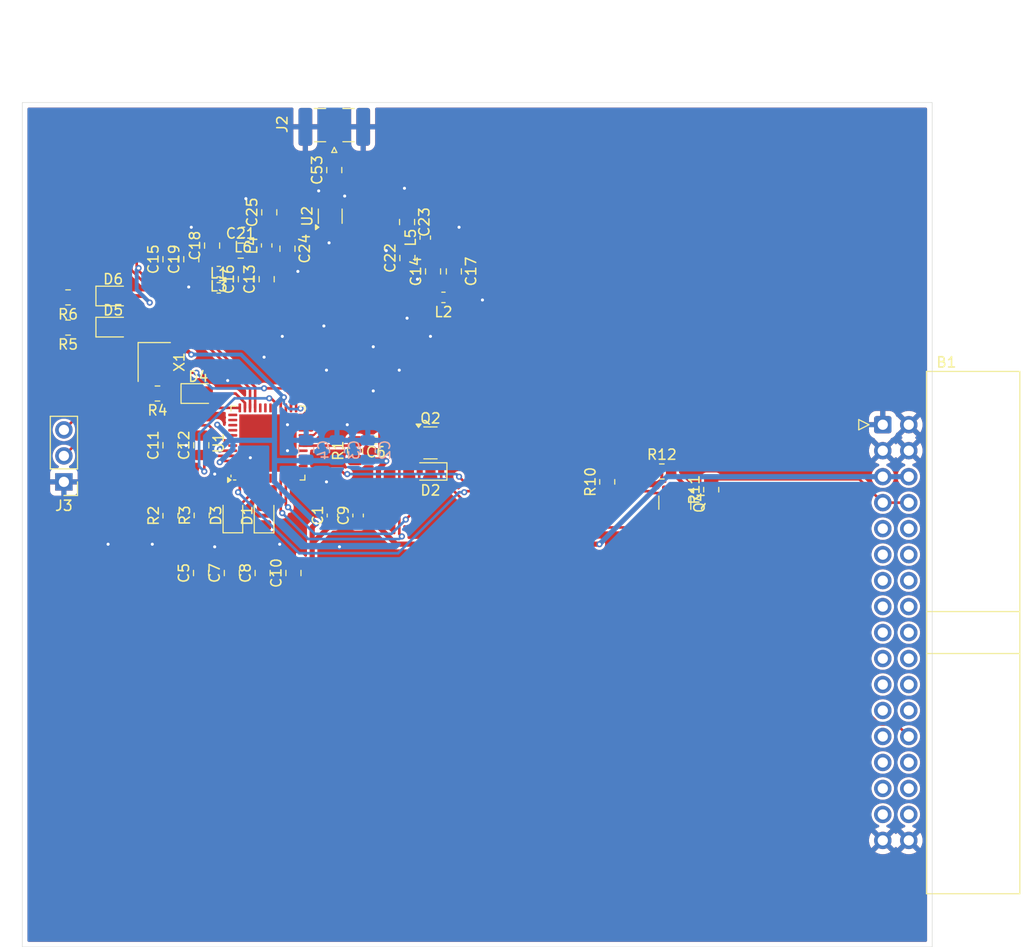
<source format=kicad_pcb>
(kicad_pcb (version 20241229) (generator "pcbnew") (generator_version "9.0")
  (layers (0 "F.Cu" signal) (2 "B.Cu" signal) (13 "F.Paste" user) (15 "B.Paste" user) (5 "F.SilkS" user "F.Silkscreen") (7 "B.SilkS" user "B.Silkscreen") (1 "F.Mask" user) (3 "B.Mask" user) (25 "Edge.Cuts" user))
  (net 0 "")
  (net 1 "/Radio MCU/3V3")
  (net 2 "GND")
  (net 3 "Net-(U1-NRST)")
  (net 4 "/Radio MCU/1V5")
  (net 5 "/Radio MCU/RF out/RFO_HP")
  (net 6 "/Radio MCU/RF out/RFI_N")
  (net 7 "/Radio MCU/RF out/VR_PA")
  (net 8 "/Radio MCU/RF out/50ohm_1")
  (net 9 "/Radio MCU/RF out/RFI_P")
  (net 10 "/Radio MCU/RF out/50ohm_RX_1")
  (net 11 "/Radio MCU/RF out/50ohm_2")
  (net 12 "/Radio MCU/RF out/RF_RX")
  (net 13 "/Radio MCU/RF out/50ohm_3")
  (net 14 "/Radio MCU/RF out/RF_TX")
  (net 15 "/nFAULT")
  (net 16 "/Power EN")
  (net 17 "Net-(D5-K)")
  (net 18 "Net-(D1-A)")
  (net 19 "Net-(D1-K)")
  (net 20 "/Radio MCU/UART2_RX")
  (net 21 "/Radio MCU/UART")
  (net 22 "Net-(D3-K)")
  (net 23 "Net-(D3-A)")
  (net 24 "Net-(D4-A)")
  (net 25 "Net-(D4-K)")
  (net 26 "Net-(D6-K)")
  (net 27 "Net-(Q4-C)")
  (net 28 "/Radio MCU/RF out")
  (net 29 "/Radio MCU/SWDIO")
  (net 30 "/Radio MCU/SWCLK")
  (net 31 "/Radio MCU/UART2_TX")
  (net 32 "Net-(U1-OSC_IN)")
  (net 41 "/Radio MCU/RF out/TX_EN")
  (net 42 "/Radio MCU/UART2_RTS")
  (net 49 "/Radio MCU/RF out/RX_EN")
  (net 62 "/Radio MCU/VBAT")
  (net 78 "/Radio MCU/RF out/RF_unfiltered")
  (net 79 "Net-(U1-PA5)")
  (net 80 "Net-(Q4-E)")
  (net 81 "Net-(Q4-B)")
  (footprint "Package_TO_SOT_SMD:SOT-23" (layer "F.Cu") (at 178.054 89.916 -90)
    (property "Reference" "Q4")
    (property "Value" "Q_NPN")
  )
  (footprint "Resistor_SMD:R_0805_2012Metric" (layer "F.Cu") (at 176.784 86.868)
    (property "Reference" "R12")
    (property "Value" "100k")
  )
  (footprint "Capacitor_SMD:C_0805_2012Metric" (layer "F.Cu") (at 138.176 68.072 90)
    (property "Reference" "C13")
    (property "Value" "0p7")
  )
  (footprint "Capacitor_SMD:C_0805_2012Metric" (layer "F.Cu") (at 140.208 65.09 -90)
    (property "Reference" "C24")
    (property "Value" "8p2")
  )
  (footprint "Resistor_SMD:R_0805_2012Metric" (layer "F.Cu") (at 128.778 91.193 90)
    (property "Reference" "R2")
    (property "Value" "470")
  )
  (footprint "Capacitor_SMD:C_0805_2012Metric" (layer "F.Cu") (at 128.778 66.1225 90)
    (property "Reference" "C15")
    (property "Value" "68p")
  )
  (footprint "Capacitor_SMD:C_0805_2012Metric" (layer "F.Cu") (at 136.144 68.072 90)
    (property "Reference" "C16")
    (property "Value" "2.7p")
  )
  (footprint "Capacitor_SMD:C_0805_2012Metric" (layer "F.Cu") (at 154.432 67.31 90)
    (property "Reference" "C14")
    (property "Value" "4.7pF")
  )
  (footprint "Resistor_SMD:R_0805_2012Metric" (layer "F.Cu") (at 118.7685 69.85 180)
    (property "Reference" "R6")
    (property "Value" "470")
  )
  (footprint "LED_SMD:LED_0805_2012Metric" (layer "F.Cu") (at 134.874 91.177 90)
    (property "Reference" "D3")
    (property "Value" "Green")
  )
  (footprint "Resistor_SMD:R_0805_2012Metric" (layer "F.Cu") (at 131.826 91.161 90)
    (property "Reference" "R3")
    (property "Value" "470")
  )
  (footprint "LED_SMD:LED_0805_2012Metric" (layer "F.Cu") (at 131.4935 79.248)
    (property "Reference" "D4")
    (property "Value" "Green")
  )
  (footprint "Connector_PinHeader_2.54mm:PinHeader_1x03_P2.54mm_Vertical" (layer "F.Cu") (at 118.364 87.884 180)
    (property "Reference" "J3")
    (property "Value" "Conn_01x03_Pin")
  )
  (footprint "Resistor_SMD:R_0805_2012Metric" (layer "F.Cu") (at 171.45 87.884 90)
    (property "Reference" "R10")
    (property "Value" "10k")
  )
  (footprint "Capacitor_SMD:C_0805_2012Metric" (layer "F.Cu") (at 156.464 67.31 -90)
    (property "Reference" "C17")
    (property "Value" "3.6pF")
  )
  (footprint "Diode_SMD:D_SOD-323" (layer "F.Cu") (at 154.178 86.868 180)
    (property "Reference" "D2")
    (property "Value" "D_Schottky")
  )
  (footprint "Package_DFN_QFN:QFN-48-1EP_7x7mm_P0.5mm_EP5.6x5.6mm" (layer "F.Cu") (at 138.2995 84.09 90)
    (property "Reference" "U1")
    (property "Value" "STM32WL55CCU7")
  )
  (footprint "Capacitor_SMD:C_0805_2012Metric" (layer "F.Cu") (at 140.792 96.7955 90)
    (property "Reference" "C10")
    (property "Value" "4u7")
  )
  (footprint "Capacitor_SMD:C_0805_2012Metric" (layer "F.Cu") (at 135.636 65.278)
    (property "Reference" "C21")
    (property "Value" "68p")
  )
  (footprint "Inductor_SMD:L_0603_1608Metric" (layer "F.Cu") (at 133.495 67.3265 180)
    (property "Reference" "L3")
    (property "Value" "11n")
  )
  (footprint "Capacitor_SMD:C_0805_2012Metric" (layer "F.Cu") (at 137.782 96.7955 90)
    (property "Reference" "C8")
    (property "Value" "470n")
  )
  (footprint "Capacitor_SMD:C_0805_2012Metric" (layer "F.Cu") (at 138.43 61.534 90)
    (property "Reference" "C25")
    (property "Value" "3.3p")
  )
  (footprint "Capacitor_SMD:C_0805_2012Metric" (layer "F.Cu") (at 130.81 66.1225 90)
    (property "Reference" "C19")
    (property "Value" "47n")
  )
  (footprint "Capacitor_SMD:C_0805_2012Metric" (layer "F.Cu") (at 128.778 84.3065 90)
    (property "Reference" "C11")
    (property "Value" "10n")
  )
  (footprint "Capacitor_SMD:C_0805_2012Metric" (layer "F.Cu") (at 151.9275 66.004 90)
    (property "Reference" "C22")
    (property "Value" "6.8pF")
  )
  (footprint "Capacitor_SMD:C_0603_1608Metric" (layer "F.Cu") (at 144.5995 91.17 90)
    (property "Reference" "C1")
    (property "Value" "470n")
  )
  (footprint "Inductor_SMD:L_0603_1608Metric" (layer "F.Cu") (at 155.448 69.85 180)
    (property "Reference" "L2")
    (property "Value" "33nH")
  )
  (footprint "Capacitor_SMD:C_0805_2012Metric" (layer "F.Cu") (at 144.78 57.404 90)
    (property "Reference" "C53")
    (property "Value" "68p")
  )
  (footprint "Inductor_SMD:L_0603_1608Metric" (layer "F.Cu") (at 135.8645 63.5 180)
    (property "Reference" "L6")
    (property "Value" "0")
  )
  (footprint "Capacitor_SMD:C_0402_1005Metric" (layer "F.Cu") (at 148.844 83.82 180)
    (property "Reference" "C6")
    (property "Value" "1n")
  )
  (footprint "Capacitor_SMD:C_0603_1608Metric" (layer "F.Cu") (at 147.1095 91.17 90)
    (property "Reference" "C9")
    (property "Value" "470n")
  )
  (footprint "LED_SMD:LED_0805_2012Metric" (layer "F.Cu") (at 137.922 91.186 90)
    (property "Reference" "D1")
    (property "Value" "Green")
  )
  (footprint "Connector_IDC:IDC-Header_2x17_P2.54mm_Horizontal" (layer "F.Cu") (at 198.374 82.296)
    (property "Reference" "B1")
    (property "Value" "~")
  )
  (footprint "LED_SMD:LED_0805_2012Metric" (layer "F.Cu") (at 123.1785 72.755)
    (property "Reference" "D5")
    (property "Value" "Green")
  )
  (footprint "Oscillator:Oscillator_SMD_Abracon_ASE-4Pin_3.2x2.5mm" (layer "F.Cu") (at 127.191 76.166 -90)
    (property "Reference" "X1")
    (property "Value" "32MHz")
  )
  (footprint "Capacitor_SMD:C_0805_2012Metric" (layer "F.Cu") (at 134.772 96.7955 90)
    (property "Reference" "C7")
    (property "Value" "470n")
  )
  (footprint "Inductor_SMD:L_0603_1608Metric" (layer "F.Cu") (at 153.67 64.008 90)
    (property "Reference" "L5")
    (property "Value" "33nH")
  )
  (footprint "Capacitor_SMD:C_0805_2012Metric" (layer "F.Cu") (at 132.842 64.7865 90)
    (property "Reference" "C18")
    (property "Value" "15p")
  )
  (footprint "Inductor_SMD:L_0603_1608Metric" (layer "F.Cu") (at 138.176 64.77 90)
    (property "Reference" "L4")
    (property "Value" "22n")
  )
  (footprint "Resistor_SMD:R_0805_2012Metric" (layer "F.Cu") (at 127.508 79.248 180)
    (property "Reference" "R4")
    (property "Value" "470")
  )
  (footprint "Package_TO_SOT_SMD:SOT-23" (layer "F.Cu") (at 154.178 84.074)
    (property "Reference" "Q2")
    (property "Value" "DMN1019USN-7")
  )
  (footprint "Resistor_SMD:R_0805_2012Metric" (layer "F.Cu") (at 146.812 84.836 90)
    (property "Reference" "R1")
    (property "Value" "10k")
  )
  (footprint "Capacitor_SMD:C_0805_2012Metric" (layer "F.Cu") (at 131.762 96.7955 90)
    (property "Reference" "C5")
    (property "Value" "4u7")
  )
  (footprint "Resistor_SMD:R_0805_2012Metric" (layer "F.Cu") (at 181.61 88.646 90)
    (property "Reference" "R11")
    (property "Value" "20k")
  )
  (footprint "LED_SMD:LED_0805_2012Metric" (layer "F.Cu") (at 123.1785 69.715)
    (property "Reference" "D6")
    (property "Value" "Green")
  )
  (footprint "Package_TO_SOT_SMD:SOT-363_SC-70-6" (layer "F.Cu") (at 144.384 61.91 90)
    (property "Reference" "U2")
    (property "Value" "AS179-92LF")
  )
  (footprint "Capacitor_SMD:C_0805_2012Metric" (layer "F.Cu") (at 151.892 62.484 -90)
    (property "Reference" "C23")
    (property "Value" "6.8pF")
  )
  (footprint "Resistor_SMD:R_0805_2012Metric" (layer "F.Cu") (at 118.7685 72.8 180)
    (property "Reference" "R5")
    (property "Value" "470")
  )
  (footprint "Inductor_SMD:L_0603_1608Metric" (layer "F.Cu") (at 133.495 68.9165)
    (property "Reference" "L1")
    (property "Value" "56n")
  )
  (footprint "Connector_Coaxial:SMA_Samtec_SMA-J-P-H-ST-EM1_EdgeMount" (layer "F.Cu") (at 144.78 52.9225 90)
    (property "Reference" "J2")
    (property "Value" "Conn_Coaxial_Small")
  )
  (footprint "Capacitor_SMD:C_0805_2012Metric" (layer "F.Cu") (at 131.788 84.3065 90)
    (property "Reference" "C12")
    (property "Value" "10n")
  )
  (footprint "Capacitor_SMD:C_0805_2012Metric" (layer "B.Cu") (at 145.04575 84.77 90)
    (property "Reference" "C3")
    (property "Value" "100n")
  )
  (footprint "Capacitor_SMD:C_0805_2012Metric" (layer "B.Cu") (at 148.05575 84.77 90)
    (property "Reference" "C2")
    (property "Value" "1n")
  )
  (footprint "Capacitor_SMD:C_0805_2012Metric" (layer "B.Cu") (at 142.03575 84.77 90)
    (property "Reference" "C4")
    (property "Value" "1u")
  )
  (gr_line (start 203.2 133.35) (end 203.2 50.8) (stroke (width 0.05)) (layer "Edge.Cuts"))
  (gr_line (start 114.3 50.8) (end 114.3 133.35) (stroke (width 0.05)) (layer "Edge.Cuts"))
  (gr_line (start 114.3 133.35) (end 203.2 133.35) (stroke (width 0.05)) (layer "Edge.Cuts"))
  (gr_line (start 203.2 50.8) (end 114.3 50.8) (stroke (width 0.05)) (layer "Edge.Cuts"))
  (segment (start 147.1095 92.0325) (end 144.687 92.0325) (width 0.508) (layer "F.Cu") (net 1))
  (segment (start 149.098 86.614) (end 149.86 85.852) (width 0.508) (layer "F.Cu") (net 1))
  (segment (start 149.098 90.044) (end 149.098 86.614) (width 0.508) (layer "F.Cu") (net 1))
  (segment (start 142.622 93.9225) (end 144.5995 91.945) (width 0.508) (layer "F.Cu") (net 1))
  (segment (start 140.792 97.833) (end 142.622 96.003) (width 0.508) (layer "F.Cu") (net 1))
  (segment (start 141.788516 89.258) (end 142.199206 89.258) (width 0.254) (layer "F.Cu") (net 1))
  (segment (start 140.5495 87.5275) (end 140.5495 88.018984) (width 0.254) (layer "F.Cu") (net 1))
  (segment (start 142.622 96.003) (end 142.622 93.9225) (width 0.508) (layer "F.Cu") (net 1))
  (segment (start 170.681 93.973) (end 150.817268 93.973) (width 0.508) (layer "F.Cu") (net 1))
  (segment (start 134.862 85.84) (end 133.719 85.84) (width 0.254) (layer "F.Cu") (net 1))
  (segment (start 170.688 93.98) (end 170.681 93.973) (width 0.508) (layer "F.Cu") (net 1))
  (segment (start 131.762 97.833) (end 134.772 97.833) (width 0.508) (layer "F.Cu") (net 1))
  (segment (start 137.782 97.833) (end 134.772 97.833) (width 0.508) (layer "F.Cu") (net 1))
  (segment (start 128.016 75.116) (end 130.488 75.116) (width 0.381) (layer "F.Cu") (net 1))
  (segment (start 139.852167 79.621) (end 139.5495 79.923667) (width 0.254) (layer "F.Cu") (net 1))
  (segment (start 144.5995 91.658294) (end 144.5995 91.945) (width 0.254) (layer "F.Cu") (net 1))
  (segment (start 142.199206 89.258) (end 144.5995 91.658294) (width 0.254) (layer "F.Cu") (net 1))
  (segment (start 140.5495 88.018984) (end 141.788516 89.258) (width 0.254) (layer "F.Cu") (net 1))
  (segment (start 139.5495 79.923667) (end 139.5495 80.6525) (width 0.254) (layer "F.Cu") (net 1))
  (segment (start 144.687 92.0325) (end 144.5995 91.945) (width 0.508) (layer "F.Cu") (net 1))
  (segment (start 149.7565 85.7485) (end 149.86 85.852) (width 0.508) (layer "F.Cu") (net 1))
  (segment (start 141.482775 80.707512) (end 141.104512 80.707512) (width 0.254) (layer "F.Cu") (net 1))
  (segment (start 141.104512 80.707512) (end 141.0495 80.6525) (width 0.254) (layer "F.Cu") (net 1))
  (segment (start 133.35 82.296) (end 133.35 82.319484) (width 0.254) (layer "F.Cu") (net 1))
  (segment (start 134.370516 83.34) (end 134.862 83.34) (width 0.254) (layer "F.Cu") (net 1))
  (segment (start 147.1095 92.0325) (end 149.098 90.044) (width 0.508) (layer "F.Cu") (net 1))
  (segment (start 142.622 93.9225) (end 142.622 92.322) (width 0.508) (layer "F.Cu") (net 1))
  (segment (start 149.098 92.253732) (end 149.098 90.044) (width 0.508) (layer "F.Cu") (net 1))
  (segment (start 133.731 84.84) (end 133.604 84.713) (width 0.254) (layer "F.Cu") (net 1))
  (segment (start 133.719 85.84) (end 133.592 85.967) (width 0.254) (layer "F.Cu") (net 1))
  (segment (start 142.622 92.322) (end 142.999 91.945) (width 0.508) (layer "F.Cu") (net 1))
  (segment (start 150.817268 93.973) (end 149.098 92.253732) (width 0.508) (layer "F.Cu") (net 1))
  (segment (start 146.812 85.7485) (end 149.7565 85.7485) (width 0.508) (layer "F.Cu") (net 1))
  (segment (start 130.488 75.116) (end 130.81 75.438) (width 0.381) (layer "F.Cu") (net 1))
  (segment (start 134.862 84.84) (end 133.731 84.84) (width 0.254) (layer "F.Cu") (net 1))
  (segment (start 140.792 97.833) (end 137.782 97.833) (width 0.508) (layer "F.Cu") (net 1))
  (segment (start 133.35 82.319484) (end 134.370516 83.34) (width 0.254) (layer "F.Cu") (net 1))
  (via (at 130.81 75.438) (size 0.6) (drill 0.3) (layers "F.Cu" "B.Cu") (net 1))
  (via (at 133.604 84.713) (size 0.6) (drill 0.3) (layers "F.Cu" "B.Cu") (net 1))
  (via (at 133.592 85.967) (size 0.6) (drill 0.3) (layers "F.Cu" "B.Cu") (net 1))
  (via (at 142.999 91.945) (size 0.6) (drill 0.3) (layers "F.Cu" "B.Cu") (net 1))
  (via (at 133.35 82.296) (size 0.6) (drill 0.3) (layers "F.Cu" "B.Cu") (net 1))
  (via (at 141.482775 80.707512) (size 0.6) (drill 0.3) (layers "F.Cu" "B.Cu") (net 1))
  (via (at 139.852167 79.621) (size 0.6) (drill 0.3) (layers "F.Cu" "B.Cu") (net 1))
  (via (at 170.688 93.98) (size 0.6) (drill 0.3) (layers "F.Cu" "B.Cu") (net 1))
  (via (at 149.86 85.852) (size 0.6) (drill 0.3) (layers "F.Cu" "B.Cu") (net 1))
  (segment (start 145.04575 85.8075) (end 142.03575 85.8075) (width 0.508) (layer "B.Cu") (net 1))
  (segment (start 139.760682 79.621) (end 138.938 80.443682) (width 0.508) (layer "B.Cu") (net 1))
  (segment (start 149.86 85.852) (end 148.18775 85.852) (width 0.508) (layer "B.Cu") (net 1))
  (segment (start 139.852167 80.220483) (end 140.403684 80.772) (width 0.254) (layer "B.Cu") (net 1))
  (segment (start 138.938 87.884) (end 138.938 83.82) (width 0.508) (layer "B.Cu") (net 1))
  (segment (start 198.374 87.376) (end 177.292 87.376) (width 0.508) (layer "B.Cu") (net 1))
  (segment (start 177.292 87.376) (end 170.688 93.98) (width 0.508) (layer "B.Cu") (net 1))
  (segment (start 138.938 83.82) (end 134.874 83.82) (width 0.508) (layer "B.Cu") (net 1))
  (segment (start 134.497 83.82) (end 133.604 84.713) (width 0.508) (layer "B.Cu") (net 1))
  (segment (start 148.05575 85.8075) (end 145.04575 85.8075) (width 0.508) (layer "B.Cu") (net 1))
  (segment (start 142.999 91.945) (end 138.938 87.884) (width 0.508) (layer "B.Cu") (net 1))
  (segment (start 142.03575 85.8075) (end 139.02575 85.8075) (width 0.508) (layer "B.Cu") (net 1))
  (segment (start 138.938 80.443682) (end 138.938 83.82) (width 0.508) (layer "B.Cu") (net 1))
  (segment (start 141.418287 80.772) (end 141.482775 80.707512) (width 0.254) (layer "B.Cu") (net 1))
  (segment (start 139.852167 79.621) (end 139.852167 80.220483) (width 0.254) (layer "B.Cu") (net 1))
  (segment (start 140.403684 80.772) (end 141.418287 80.772) (width 0.254) (layer "B.Cu") (net 1))
  (segment (start 135.669167 75.438) (end 139.852167 79.621) (width 0.381) (layer "B.Cu") (net 1))
  (segment (start 148.18775 85.852) (end 148.05575 85.72) (width 0.508) (layer "B.Cu") (net 1))
  (segment (start 139.852167 79.621) (end 139.760682 79.621) (width 0.508) (layer "B.Cu") (net 1))
  (segment (start 134.874 83.82) (end 134.497 83.82) (width 0.508) (layer "B.Cu") (net 1))
  (segment (start 134.874 83.82) (end 134.874 84.685) (width 0.508) (layer "B.Cu") (net 1))
  (segment (start 134.874 84.685) (end 133.592 85.967) (width 0.508) (layer "B.Cu") (net 1))
  (segment (start 134.874 83.82) (end 133.35 82.296) (width 0.508) (layer "B.Cu") (net 1))
  (segment (start 130.81 75.438) (end 135.669167 75.438) (width 0.381) (layer "B.Cu") (net 1))
  (segment (start 200.914 87.376) (end 198.374 87.376) (width 0.508) (layer "B.Cu") (net 1))
  (segment (start 138.26368 83.84) (end 136.57884 85.52484) (width 0.127) (layer "F.Cu") (net 2))
  (segment (start 154.432 66.548) (end 152.908 68.072) (width 0.254) (layer "F.Cu") (net 2))
  (segment (start 144.5995 88.4655) (end 144.018 87.884) (width 0.254) (layer "F.Cu") (net 2))
  (segment (start 144.384 62.86) (end 144.384 64.404) (width 0.254) (layer "F.Cu") (net 2))
  (segment (start 144.506 83.84) (end 141.737 83.84) (width 0.254) (layer "F.Cu") (net 2))
  (segment (start 140.208 66.04) (end 140.208 66.294) (width 0.381) (layer "F.Cu") (net 2))
  (segment (start 144.384 64.404) (end 144.272 64.516) (width 0.254) (layer "F.Cu") (net 2))
  (segment (start 131.361 83.269) (end 130.302 84.328) (width 0.2) (layer "F.Cu") (net 2))
  (segment (start 133.096 87.122) (end 134.58 87.122) (width 0.254) (layer "F.Cu") (net 2))
  (segment (start 141.737 83.84) (end 138.26368 83.84) (width 0.127) (layer "F.Cu") (net 2))
  (segment (start 138.176 67.122) (end 141.036 67.122) (width 0.381) (layer "F.Cu") (net 2))
  (segment (start 136.57884 85.52484) (end 135.26368 86.84) (width 0.127) (layer "F.Cu") (net 2))
  (segment (start 135.26368 86.84) (end 134.862 86.84) (width 0.127) (layer "F.Cu") (net 2))
  (segment (start 140.208 66.294) (end 141.224 67.31) (width 0.381) (layer "F.Cu") (net 2))
  (segment (start 139.126 67.122) (end 140.208 66.04) (width 0.381) (layer "F.Cu") (net 2))
  (segment (start 138.176 67.122) (end 139.126 67.122) (width 0.381) (layer "F.Cu") (net 2))
  (segment (start 141.036 67.122) (end 141.224 67.31) (width 0.381) (layer "F.Cu") (net 2))
  (segment (start 146.05 82.296) (end 144.506 83.84) (width 0.254) (layer "F.Cu") (net 2))
  (segment (start 131.788 83.269) (end 131.361 83.269) (width 0.2) (layer "F.Cu") (net 2))
  (segment (start 134.58 87.122) (end 134.862 86.84) (width 0.254) (layer "F.Cu") (net 2))
  (segment (start 154.432 66.36) (end 154.432 66.548) (width 0.254) (layer "F.Cu") (net 2))
  (segment (start 144.5995 90.395) (end 144.5995 88.4655) (width 0.254) (layer "F.Cu") (net 2))
  (via (at 144.272 64.516) (size 0.6) (drill 0.3) (layers "F.Cu" "B.Cu") (net 2))
  (via (at 151.638 59.182) (size 0.6) (drill 0.3) (layers "F.Cu" "B.Cu") (net 2))
  (via (at 144.018 87.884) (size 0.6) (drill 0.3) (layers "F.Cu" "B.Cu") (net 2))
  (via (at 154.178 73.66) (size 0.6) (drill 0.3) (layers "F.Cu" "B.Cu") (net 2))
  (via (at 134.366 77.978) (size 0.6) (drill 0.3) (layers "F.Cu" "B.Cu") (net 2))
  (via (at 149.86 65.278) (size 0.6) (drill 0.3) (layers "F.Cu" "B.Cu") (net 2))
  (via (at 140.208 84.836) (size 0.6) (drill 0.3) (layers "F.Cu" "B.Cu") (net 2))
  (via (at 139.446 93.98) (size 0.6) (drill 0.3) (layers "F.Cu" "B.Cu") (net 2))
  (via (at 140.208 82.296) (size 0.6) (drill 0.3) (layers "F.Cu" "B.Cu") (net 2))
  (via (at 145.796 59.944) (size 0.6) (drill 0.3) (layers "F.Cu" "B.Cu") (net 2))
  (via (at 143.256 59.436) (size 0.6) (drill 0.3) (layers "F.Cu" "B.Cu") (net 2))
  (via (at 148.59 78.994) (size 0.6) (drill 0.3) (layers "F.Cu" "B.Cu") (net 2))
  (via (at 146.05 82.296) (size 0.6) (drill 0.3) (layers "F.Cu" "B.Cu") (net 2))
  (via (at 133.096 87.122) (size 0.6) (drill 0.3) (layers "F.Cu" "B.Cu") (net 2))
  (via (at 159.258 70.104) (size 0.6) (drill 0.3) (layers "F.Cu" "B.Cu") (net 2))
  (via (at 130.81 62.992) (size 0.6) (drill 0.3) (layers "F.Cu" "B.Cu") (net 2))
  (via (at 136.57884 85.52484) (size 0.6) (drill 0.3) (layers "F.Cu" "B.Cu") (net 2))
  (via (at 156.972 62.992) (size 0.6) (drill 0.3) (layers "F.Cu" "B.Cu") (net 2))
  (via (at 139.7 73.66) (size 0.6) (drill 0.3) (layers "F.Cu" "B.Cu") (net 2))
  (via (at 122.682 93.98) (size 0.6) (drill 0.3) (layers "F.Cu" "B.Cu") (net 2))
  (via (at 136.144 60.198) (size 0.6) (drill 0.3) (layers "F.Cu" "B.Cu") (net 2))
  (via (at 151.13 76.962) (size 0.6) (drill 0.3) (layers "F.Cu" "B.Cu") (net 2))
  (via (at 145.288 94.234) (size 0.6) (drill 0.3) (layers "F.Cu" "B.Cu") (net 2))
  (via (at 141.224 67.31) (size 0.6) (drill 0.3) (layers "F.Cu" "B.Cu") (net 2))
  (via (at 152.908 68.072) (size 0.6) (drill 0.3) (layers "F.Cu" "B.Cu") (net 2))
  (via (at 148.59 74.676) (size 0.6) (drill 0.3) (layers "F.Cu" "B.Cu") (net 2))
  (via (at 151.892 71.882) (size 0.6) (drill 0.3) (layers "F.Cu" "B.Cu") (net 2))
  (via (at 133.096 94.234) (size 0.6) (drill 0.3) (layers "F.Cu" "B.Cu") (net 2))
  (via (at 130.556 68.834) (size 0.6) (drill 0.3) (layers "F.Cu" "B.Cu") (net 2))
  (via (at 143.764 72.644) (size 0.6) (drill 0.3) (layers "F.Cu" "B.Cu") (net 2))
  (via (at 130.302 84.328) (size 0.6) (drill 0.3) (layers "F.Cu" "B.Cu") (net 2))
  (via (at 137.922 75.692) (size 0.6) (drill 0.3) (layers "F.Cu" "B.Cu") (net 2))
  (via (at 144.018 76.962) (size 0.6) (drill 0.3) (layers "F.Cu" "B.Cu") (net 2))
  (via (at 127 93.98) (size 0.6) (drill 0.3) (layers "F.Cu" "B.Cu") (net 2))
  (segment (start 146.812 83.9235) (end 148.2605 83.9235) (width 0.254) (layer "F.Cu") (net 3))
  (segment (start 141.737 84.34) (end 146.3955 84.34) (width 0.254) (layer "F.Cu") (net 3))
  (segment (start 146.3955 84.34) (end 146.812 83.9235) (width 0.254) (layer "F.Cu") (net 3))
  (segment (start 148.2605 83.9235) (end 148.364 83.82) (width 0.254) (layer "F.Cu") (net 3))
  (segment (start 132.08 86.868) (end 132.08 85.636) (width 0.254) (layer "F.Cu") (net 4))
  (segment (start 132.08 85.636) (end 131.788 85.344) (width 0.254) (layer "F.Cu") (net 4))
  (segment (start 131.792 85.34) (end 131.788 85.344) (width 0.254) (layer "F.Cu") (net 4))
  (segment (start 139.0495 80.6525) (end 139.0495 80.161016) (width 0.254) (layer "F.Cu") (net 4))
  (segment (start 131.788 85.344) (end 128.778 85.344) (width 0.254) (layer "F.Cu") (net 4))
  (segment (start 139.0495 80.161016) (end 138.606242 79.717758) (width 0.254) (layer "F.Cu") (net 4))
  (segment (start 138.606242 79.717758) (end 138.428413 79.717758) (width 0.254) (layer "F.Cu") (net 4))
  (segment (start 134.862 85.34) (end 131.792 85.34) (width 0.254) (layer "F.Cu") (net 4))
  (via (at 132.08 86.868) (size 0.6) (drill 0.3) (layers "F.Cu" "B.Cu") (net 4))
  (via (at 138.428413 79.717758) (size 0.6) (drill 0.3) (layers "F.Cu" "B.Cu") (net 4))
  (segment (start 138.428413 79.717758) (end 135.040115 79.717758) (width 0.254) (layer "B.Cu") (net 4))
  (segment (start 135.040115 79.717758) (end 131.572 83.185873) (width 0.254) (layer "B.Cu") (net 4))
  (segment (start 131.572 83.185873) (end 131.572 85.344) (width 0.254) (layer "B.Cu") (net 4))
  (segment (start 131.572 86.36) (end 132.08 86.868) (width 0.254) (layer "B.Cu") (net 4))
  (segment (start 131.572 85.344) (end 131.572 86.36) (width 0.254) (layer "B.Cu") (net 4))
  (segment (start 142.949 81.587) (end 142.696 81.84) (width 0.254) (layer "F.Cu") (net 5))
  (segment (start 138.176 69.022) (end 142.949 73.795) (width 0.254) (layer "F.Cu") (net 5))
  (segment (start 142.949 73.795) (end 142.949 81.587) (width 0.254) (layer "F.Cu") (net 5))
  (segment (start 134.2825 68.9165) (end 136.0385 68.9165) (width 0.254) (layer "F.Cu") (net 5))
  (segment (start 136.144 69.022) (end 138.176 69.022) (width 0.254) (layer "F.Cu") (net 5))
  (segment (start 136.0385 68.9165) (end 136.144 69.022) (width 0.254) (layer "F.Cu") (net 5))
  (segment (start 134.2825 68.9165) (end 134.2825 67.3265) (width 0.254) (layer "F.Cu") (net 5))
  (segment (start 142.696 81.84) (end 141.737 81.84) (width 0.254) (layer "F.Cu") (net 5))
  (segment (start 155.223 69.2875) (end 155.223 69.276) (width 0.2) (layer "F.Cu") (net 6))
  (segment (start 142.393251 82.84) (end 141.737 82.84) (width 0.2) (layer "F.Cu") (net 6))
  (segment (start 154.6605 69.85) (end 155.223 69.2875) (width 0.2) (layer "F.Cu") (net 6))
  (segment (start 155.223 69.276) (end 154.432 68.485) (width 0.2) (layer "F.Cu") (net 6))
  (segment (start 154.6605 70.788603) (end 142.584103 82.865) (width 0.2) (layer "F.Cu") (net 6))
  (segment (start 142.418251 82.865) (end 142.393251 82.84) (width 0.2) (layer "F.Cu") (net 6))
  (segment (start 154.432 68.485) (end 154.432 68.26) (width 0.2) (layer "F.Cu") (net 6))
  (segment (start 154.6605 69.85) (end 154.6605 70.788603) (width 0.2) (layer "F.Cu") (net 6))
  (segment (start 142.584103 82.865) (end 142.418251 82.865) (width 0.2) (layer "F.Cu") (net 6))
  (segment (start 128.778 67.0725) (end 130.81 67.0725) (width 0.254) (layer "F.Cu") (net 7))
  (segment (start 130.81 67.0725) (end 130.8635 67.0725) (width 0.254) (layer "F.Cu") (net 7))
  (segment (start 142.494 78.703) (end 142.494 80.583) (width 0.254) (layer "F.Cu") (net 7))
  (segment (start 130.8635 67.0725) (end 132.7075 68.9165) (width 0.254) (layer "F.Cu") (net 7))
  (segment (start 132.7075 68.9165) (end 142.494 78.703) (width 0.254) (layer "F.Cu") (net 7))
  (segment (start 142.494 80.583) (end 141.737 81.34) (width 0.254) (layer "F.Cu") (net 7))
  (segment (start 132.842 65.7365) (end 134.2275 65.7365) (width 0.254) (layer "F.Cu") (net 8))
  (segment (start 132.7075 65.871) (end 132.842 65.7365) (width 0.254) (layer "F.Cu") (net 8))
  (segment (start 134.2275 65.7365) (end 134.686 65.278) (width 0.254) (layer "F.Cu") (net 8))
  (segment (start 134.686 65.664) (end 136.144 67.122) (width 0.254) (layer "F.Cu") (net 8))
  (segment (start 132.7075 67.3265) (end 132.7075 65.871) (width 0.254) (layer "F.Cu") (net 8))
  (segment (start 134.686 65.278) (end 134.686 65.664) (width 0.254) (layer "F.Cu") (net 8))
  (segment (start 142.7705 83.315) (end 142.418251 83.315) (width 0.2) (layer "F.Cu") (net 9))
  (segment (start 155.673 69.2875) (end 155.673 69.276) (width 0.2) (layer "F.Cu") (net 9))
  (segment (start 156.2355 69.85) (end 142.7705 83.315) (width 0.2) (layer "F.Cu") (net 9))
  (segment (start 156.2355 69.85) (end 155.673 69.2875) (width 0.2) (layer "F.Cu") (net 9))
  (segment (start 142.418251 83.315) (end 142.393251 83.34) (width 0.2) (layer "F.Cu") (net 9))
  (segment (start 142.393251 83.34) (end 141.737 83.34) (width 0.2) (layer "F.Cu") (net 9))
  (segment (start 155.673 69.276) (end 156.464 68.485) (width 0.2) (layer "F.Cu") (net 9))
  (segment (start 156.464 68.485) (end 156.464 68.26) (width 0.2) (layer "F.Cu") (net 9))
  (segment (start 154.8995 64.7955) (end 153.67 64.7955) (width 0.254) (layer "F.Cu") (net 10))
  (segment (start 156.464 66.36) (end 154.8995 64.7955) (width 0.254) (layer "F.Cu") (net 10))
  (segment (start 151.9275 66.954) (end 153.67 65.2115) (width 0.254) (layer "F.Cu") (net 10))
  (segment (start 153.67 65.2115) (end 153.67 64.7955) (width 0.254) (layer "F.Cu") (net 10))
  (segment (start 136.586 65.278) (end 137.8965 65.278) (width 0.254) (layer "F.Cu") (net 11))
  (segment (start 137.8965 65.278) (end 138.176 65.5575) (width 0.254) (layer "F.Cu") (net 11))
  (segment (start 153.67 63.2205) (end 153.5785 63.2205) (width 0.254) (layer "F.Cu") (net 12))
  (segment (start 151.892 61.534) (end 146.36 61.534) (width 0.254) (layer "F.Cu") (net 12))
  (segment (start 153.5785 63.2205) (end 151.892 61.534) (width 0.254) (layer "F.Cu") (net 12))
  (segment (start 146.36 61.534) (end 145.034 62.86) (width 0.254) (layer "F.Cu") (net 12))
  (segment (start 140.0505 63.9825) (end 140.208 64.14) (width 0.254) (layer "F.Cu") (net 13))
  (segment (start 138.176 63.9825) (end 137.1345 63.9825) (width 0.254) (layer "F.Cu") (net 13))
  (segment (start 138.176 63.9825) (end 140.0505 63.9825) (width 0.254) (layer "F.Cu") (net 13))
  (segment (start 137.1345 63.9825) (end 136.652 63.5) (width 0.254) (layer "F.Cu") (net 13))
  (segment (start 138.43 62.484) (end 143.358 62.484) (width 0.254) (layer "F.Cu") (net 14))
  (segment (start 135.077 63.5) (end 136.093 62.484) (width 0.254) (layer "F.Cu") (net 14))
  (segment (start 143.358 62.484) (end 143.734 62.86) (width 0.254) (layer "F.Cu") (net 14))
  (segment (start 136.093 62.484) (end 138.43 62.484) (width 0.254) (layer "F.Cu") (net 14))
  (segment (start 119.726 72.755) (end 119.681 72.8) (width 0.381) (layer "F.Cu") (net 17))
  (segment (start 122.241 72.755) (end 119.726 72.755) (width 0.381) (layer "F.Cu") (net 17))
  (segment (start 137.922 90.161) (end 137.5495 89.7885) (width 0.254) (layer "F.Cu") (net 18))
  (segment (start 137.5495 89.7885) (end 137.5495 87.5275) (width 0.254) (layer "F.Cu") (net 18))
  (segment (start 128.778 92.193) (end 129.69 93.105) (width 0.254) (layer "F.Cu") (net 19))
  (segment (start 137.028 93.105) (end 137.922 92.211) (width 0.254) (layer "F.Cu") (net 19))
  (segment (start 129.69 93.105) (end 137.028 93.105) (width 0.254) (layer "F.Cu") (net 19))
  (segment (start 151.765 91.567) (end 153.078 90.254) (width 0.254) (layer "F.Cu") (net 20))
  (segment (start 140.0495 90.150126) (end 140.265687 90.366313) (width 0.254) (layer "F.Cu") (net 20))
  (segment (start 153.078 90.254) (end 153.078 86.868) (width 0.254) (layer "F.Cu") (net 20))
  (segment (start 140.0495 87.5275) (end 140.0495 90.150126) (width 0.254) (layer "F.Cu") (net 20))
  (via (at 151.765 91.567) (size 0.6) (drill 0.3) (layers "F.Cu" "B.Cu") (net 20))
  (via (at 140.265687 90.366313) (size 0.6) (drill 0.3) (layers "F.Cu" "B.Cu") (net 20))
  (segment (start 142.863374 92.964) (end 140.265687 90.366313) (width 0.254) (layer "B.Cu") (net 20))
  (segment (start 151.765 91.567) (end 150.368 92.964) (width 0.254) (layer "B.Cu") (net 20))
  (segment (start 150.368 92.964) (end 142.863374 92.964) (width 0.254) (layer "B.Cu") (net 20))
  (segment (start 155.228 86.868) (end 155.228 87.536127) (width 0.254) (layer "F.Cu") (net 21))
  (segment (start 155.1155 84.074) (end 155.1155 86.7555) (width 0.254) (layer "F.Cu") (net 21))
  (segment (start 160.027873 92.336) (end 178.808056 92.336) (width 0.254) (layer "F.Cu") (net 21))
  (segment (start 155.1155 86.7555) (end 155.228 86.868) (width 0.254) (layer "F.Cu") (net 21))
  (segment (start 198.070056 111.598) (end 199.736 111.598) (width 0.254) (layer "F.Cu") (net 21))
  (segment (start 178.808056 92.336) (end 198.070056 111.598) (width 0.254) (layer "F.Cu") (net 21))
  (segment (start 155.228 87.536127) (end 160.027873 92.336) (width 0.254) (layer "F.Cu") (net 21))
  (segment (start 199.736 111.598) (end 200.914 112.776) (width 0.254) (layer "F.Cu") (net 21))
  (segment (start 134.874 92.202) (end 131.867 92.202) (width 0.254) (layer "F.Cu") (net 22))
  (segment (start 131.867 92.202) (end 131.826 92.161) (width 0.254) (layer "F.Cu") (net 22))
  (segment (start 134.874 90.152) (end 135.574 90.152) (width 0.254) (layer "F.Cu") (net 23))
  (segment (start 137.0495 88.6765) (end 137.0495 87.5275) (width 0.254) (layer "F.Cu") (net 23))
  (segment (start 135.574 90.152) (end 137.0495 88.6765) (width 0.254) (layer "F.Cu") (net 23))
  (segment (start 135.136484 79.248) (end 136.0495 80.161016) (width 0.254) (layer "F.Cu") (net 24))
  (segment (start 136.0495 80.161016) (end 136.0495 80.6525) (width 0.254) (layer "F.Cu") (net 24))
  (segment (start 132.431 79.248) (end 135.136484 79.248) (width 0.254) (layer "F.Cu") (net 24))
  (segment (start 128.4205 79.248) (end 130.556 79.248) (width 0.254) (layer "F.Cu") (net 25))
  (segment (start 119.816 69.715) (end 119.681 69.85) (width 0.381) (layer "F.Cu") (net 26))
  (segment (start 122.241 69.715) (end 119.816 69.715) (width 0.381) (layer "F.Cu") (net 26))
  (segment (start 180.315 90.8535) (end 181.61 89.5585) (width 0.381) (layer "F.Cu") (net 27))
  (segment (start 178.054 90.8535) (end 180.315 90.8535) (width 0.381) (layer "F.Cu") (net 27))
  (segment (start 144.78 56.454) (end 144.78 52.9225) (width 0.254) (layer "F.Cu") (net 28))
  (segment (start 135.5495 80.6525) (end 120.5155 80.6525) (width 0.254) (layer "F.Cu") (net 29))
  (segment (start 120.5155 80.6525) (end 118.364 82.804) (width 0.254) (layer "F.Cu") (net 29))
  (segment (start 132.509342 82.3535) (end 121.3545 82.3535) (width 0.254) (layer "F.Cu") (net 30))
  (segment (start 134.862 83.84) (end 133.995842 83.84) (width 0.254) (layer "F.Cu") (net 30))
  (segment (start 121.3545 82.3535) (end 118.364 85.344) (width 0.254) (layer "F.Cu") (net 30))
  (segment (start 133.995842 83.84) (end 132.509342 82.3535) (width 0.254) (layer "F.Cu") (net 30))
  (segment (start 151.137 92.971) (end 151.137 85.2275) (width 0.254) (layer "F.Cu") (net 31))
  (segment (start 151.137 85.2275) (end 153.2405 83.124) (width 0.254) (layer "F.Cu") (net 31))
  (segment (start 139.5495 87.5275) (end 139.5495 90.7815) (width 0.254) (layer "F.Cu") (net 31))
  (segment (start 151.384 93.218) (end 151.137 92.971) (width 0.254) (layer "F.Cu") (net 31))
  (segment (start 139.5495 90.7815) (end 139.7 90.932) (width 0.254) (layer "F.Cu") (net 31))
  (via (at 139.7 90.932) (size 0.6) (drill 0.3) (layers "F.Cu" "B.Cu") (net 31))
  (via (at 151.384 93.218) (size 0.6) (drill 0.3) (layers "F.Cu" "B.Cu") (net 31))
  (segment (start 151.13 93.472) (end 151.384 93.218) (width 0.254) (layer "B.Cu") (net 31))
  (segment (start 149.606 93.472) (end 151.13 93.472) (width 0.254) (layer "B.Cu") (net 31))
  (segment (start 142.24 93.472) (end 149.606 93.472) (width 0.254) (layer "B.Cu") (net 31))
  (segment (start 139.7 90.932) (end 142.24 93.472) (width 0.254) (layer "B.Cu") (net 31))
  (segment (start 140.5495 79.430206) (end 139.859294 78.74) (width 0.254) (layer "F.Cu") (net 32))
  (segment (start 131.318 77.216) (end 128.016 77.216) (width 0.254) (layer "F.Cu") (net 32))
  (segment (start 140.5495 80.6525) (end 140.5495 79.430206) (width 0.254) (layer "F.Cu") (net 32))
  (segment (start 139.859294 78.74) (end 137.922 78.74) (width 0.254) (layer "F.Cu") (net 32))
  (via (at 131.318 77.216) (size 0.6) (drill 0.3) (layers "F.Cu" "B.Cu") (net 32))
  (via (at 137.922 78.74) (size 0.6) (drill 0.3) (layers "F.Cu" "B.Cu") (net 32))
  (segment (start 132.842 78.74) (end 131.318 77.216) (width 0.254) (layer "B.Cu") (net 32))
  (segment (start 137.922 78.74) (end 132.842 78.74) (width 0.254) (layer "B.Cu") (net 32))
  (segment (start 144.342999 61.976) (end 143.493468 61.976) (width 0.254) (layer "F.Cu") (net 41))
  (segment (start 124.116 69.715) (end 126.103 69.715) (width 0.381) (layer "F.Cu") (net 41))
  (segment (start 145.034 61.284999) (end 144.342999 61.976) (width 0.254) (layer "F.Cu") (net 41))
  (segment (start 139.429468 57.912) (end 125.476 57.912) (width 0.254) (layer "F.Cu") (net 41))
  (segment (start 126.103 69.715) (end 126.746 70.358) (width 0.381) (layer "F.Cu") (net 41))
  (segment (start 145.034 60.96) (end 145.034 61.284999) (width 0.254) (layer "F.Cu") (net 41))
  (segment (start 137.0495 78.621905) (end 137.0495 80.6525) (width 0.254) (layer "F.Cu") (net 41))
  (segment (start 143.493468 61.976) (end 139.429468 57.912) (width 0.254) (layer "F.Cu") (net 41))
  (segment (start 125.476 57.912) (end 125.476 67.048405) (width 0.254) (layer "F.Cu") (net 41))
  (segment (start 125.476 67.048405) (end 137.0495 78.621905) (width 0.254) (layer "F.Cu") (net 41))
  (via (at 126.746 70.358) (size 0.6) (drill 0.3) (layers "F.Cu" "B.Cu") (net 41))
  (via (at 125.659021 66.988181) (size 0.6) (drill 0.3) (layers "F.Cu" "B.Cu") (net 41))
  (segment (start 126.746 70.358) (end 125.476 69.088) (width 0.381) (layer "B.Cu") (net 41))
  (segment (start 125.476 67.171202) (end 125.659021 66.988181) (width 0.381) (layer "B.Cu") (net 41))
  (segment (start 125.476 69.088) (end 125.476 67.171202) (width 0.381) (layer "B.Cu") (net 41))
  (segment (start 136.5495 78.765373) (end 136.5495 80.6525) (width 0.254) (layer "F.Cu") (net 49))
  (segment (start 125.642163 71.228837) (end 128.923163 71.228837) (width 0.381) (layer "F.Cu") (net 49))
  (segment (start 143.734 60.96) (end 140.178 57.404) (width 0.254) (layer "F.Cu") (net 49))
  (segment (start 124.116 72.755) (end 125.642163 71.228837) (width 0.381) (layer "F.Cu") (net 49))
  (segment (start 124.968 67.183873) (end 136.5495 78.765373) (width 0.254) (layer "F.Cu") (net 49))
  (segment (start 124.968 57.404) (end 124.968 67.183873) (width 0.254) (layer "F.Cu") (net 49))
  (segment (start 140.178 57.404) (end 124.968 57.404) (width 0.254) (layer "F.Cu") (net 49))
  (segment (start 181.356 87.63) (end 196.088 87.63) (width 0.254) (layer "F.Cu") (net 62))
  (segment (start 196.088 87.63) (end 198.374 89.916) (width 0.254) (layer "F.Cu") (net 62))
  (segment (start 198.374 89.916) (end 200.914 89.916) (width 0.254) (layer "F.Cu") (net 62))
  (segment (start 144.384 58.75) (end 144.78 58.354) (width 0.254) (layer "F.Cu") (net 78))
  (segment (start 144.384 60.96) (end 144.384 58.75) (width 0.254) (layer "F.Cu") (net 78))
  (segment (start 174.078 86.868) (end 175.8715 86.868) (width 0.254) (layer "F.Cu") (net 79))
  (segment (start 157.48 87.884) (end 156.972 87.376) (width 0.254) (layer "F.Cu") (net 79))
  (segment (start 173.062 87.884) (end 157.48 87.884) (width 0.254) (layer "F.Cu") (net 79))
  (segment (start 145.796 87.122) (end 145.514 86.84) (width 0.254) (layer "F.Cu") (net 79))
  (segment (start 173.062 87.884) (end 174.078 86.868) (width 0.254) (layer "F.Cu") (net 79))
  (segment (start 146.05 87.122) (end 145.796 87.122) (width 0.254) (layer "F.Cu") (net 79))
  (segment (start 145.514 86.84) (end 141.737 86.84) (width 0.254) (layer "F.Cu") (net 79))
  (via (at 156.972 87.376) (size 0.6) (drill 0.3) (layers "F.Cu" "B.Cu") (net 79))
  (via (at 146.05 87.122) (size 0.6) (drill 0.3) (layers "F.Cu" "B.Cu") (net 79))
  (segment (start 156.972 87.376) (end 156.718 87.122) (width 0.254) (layer "B.Cu") (net 79))
  (segment (start 156.718 87.122) (end 146.05 87.122) (width 0.254) (layer "B.Cu") (net 79))
  (segment (start 135.5495 88.7325) (end 135.382 88.9) (width 0.254) (layer "F.Cu") (net 80))
  (segment (start 157.5835 88.7965) (end 171.45 88.7965) (width 0.254) (layer "F.Cu") (net 80))
  (segment (start 171.45 88.7965) (end 175.768 88.7965) (width 0.254) (layer "F.Cu") (net 80))
  (segment (start 175.768 88.7965) (end 175.95 88.9785) (width 0.254) (layer "F.Cu") (net 80))
  (segment (start 157.48 88.9) (end 157.5835 88.7965) (width 0.254) (layer "F.Cu") (net 80))
  (segment (start 135.5495 87.5275) (end 135.5495 88.7325) (width 0.254) (layer "F.Cu") (net 80))
  (segment (start 175.95 88.9785) (end 177.104 88.9785) (width 0.254) (layer "F.Cu") (net 80))
  (via (at 157.48 88.9) (size 0.6) (drill 0.3) (layers "F.Cu" "B.Cu") (net 80))
  (via (at 135.382 88.9) (size 0.6) (drill 0.3) (layers "F.Cu" "B.Cu") (net 80))
  (segment (start 135.382 88.9) (end 141.344 94.862) (width 0.254) (layer "B.Cu") (net 80))
  (segment (start 156.972 88.9) (end 157.48 88.9) (width 0.254) (layer "B.Cu") (net 80))
  (segment (start 151.01 94.862) (end 156.972 88.9) (width 0.254) (layer "B.Cu") (net 80))
  (segment (start 141.344 94.862) (end 151.01 94.862) (width 0.254) (layer "B.Cu") (net 80))
  (segment (start 179.004 88.9785) (end 179.004 88.1755) (width 0.381) (layer "F.Cu") (net 81))
  (segment (start 179.004 88.1755) (end 177.6965 86.868) (width 0.381) (layer "F.Cu") (net 81))
  (segment (start 177.8845 86.68) (end 177.6965 86.868) (width 0.254) (layer "F.Cu") (net 81))
  (zone (net 2) (net_name "GND") (layers "F.Cu" "B.Cu") (connect_pads (clearance 0.254)) (min_thickness 0.254) (fill yes (thermal_gap 0.5) (thermal_bridge_width 0.5))
    (polygon (pts (xy 203.2 50.8) (xy 203.2 133.35) (xy 114.3 133.35) (xy 114.3 50.8)))
  )
)
</source>
